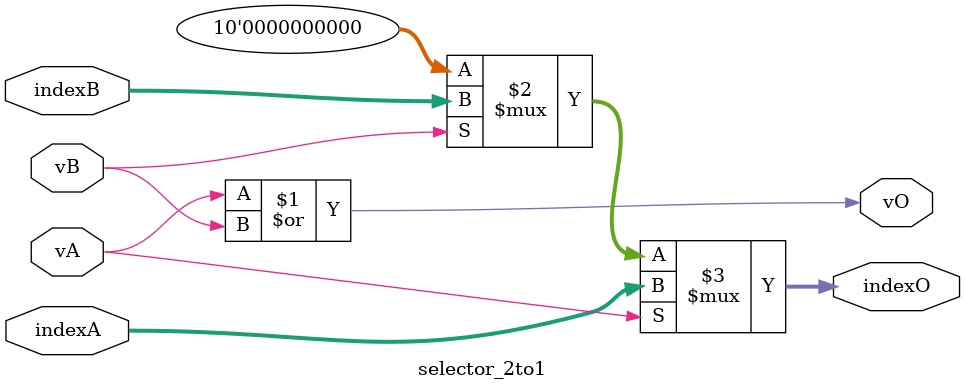
<source format=v>
module selector_2to1 (
    input wire [9:0] indexA,
    input wire [9:0] indexB,
    input wire vA,
    input wire vB,
    output wire [9:0] indexO,
    output wire vO
);

    // Output Valid Logic:
    // vO is high if at least one input is valid.
    assign vO = vA | vB;

    // Output Data Logic (Priority Mux):
    // Priority 1: If vA is valid, pick indexA (regardless of vB).
    // Priority 2: If vA is invalid but vB is valid, pick indexB.
    // Default:    If neither is valid, output 0.
    assign indexO = (vA) ? indexA : 
                    (vB) ? indexB : 10'd0;

endmodule
</source>
